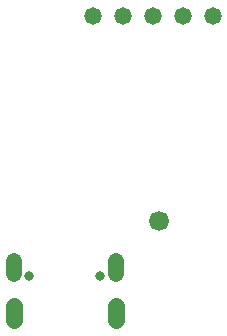
<source format=gbr>
G04 EAGLE Gerber RS-274X export*
G75*
%MOMM*%
%FSLAX34Y34*%
%LPD*%
%INSoldermask Bottom*%
%IPPOS*%
%AMOC8*
5,1,8,0,0,1.08239X$1,22.5*%
G01*
%ADD10C,1.473200*%
%ADD11C,0.803200*%
%ADD12C,0.833200*%
%ADD13C,1.361200*%
%ADD14C,1.403200*%
%ADD15C,1.681200*%


D10*
X121163Y274868D03*
X146563Y274868D03*
X171963Y274868D03*
D11*
X101960Y54864D03*
D12*
X101960Y54864D03*
X41960Y54864D03*
D13*
X28760Y56324D02*
X28760Y67904D01*
X115160Y67904D02*
X115160Y56324D01*
D14*
X28760Y29864D02*
X28760Y17864D01*
X115160Y17864D02*
X115160Y29864D01*
D10*
X95763Y274868D03*
X197363Y274868D03*
D15*
X152071Y101594D03*
M02*

</source>
